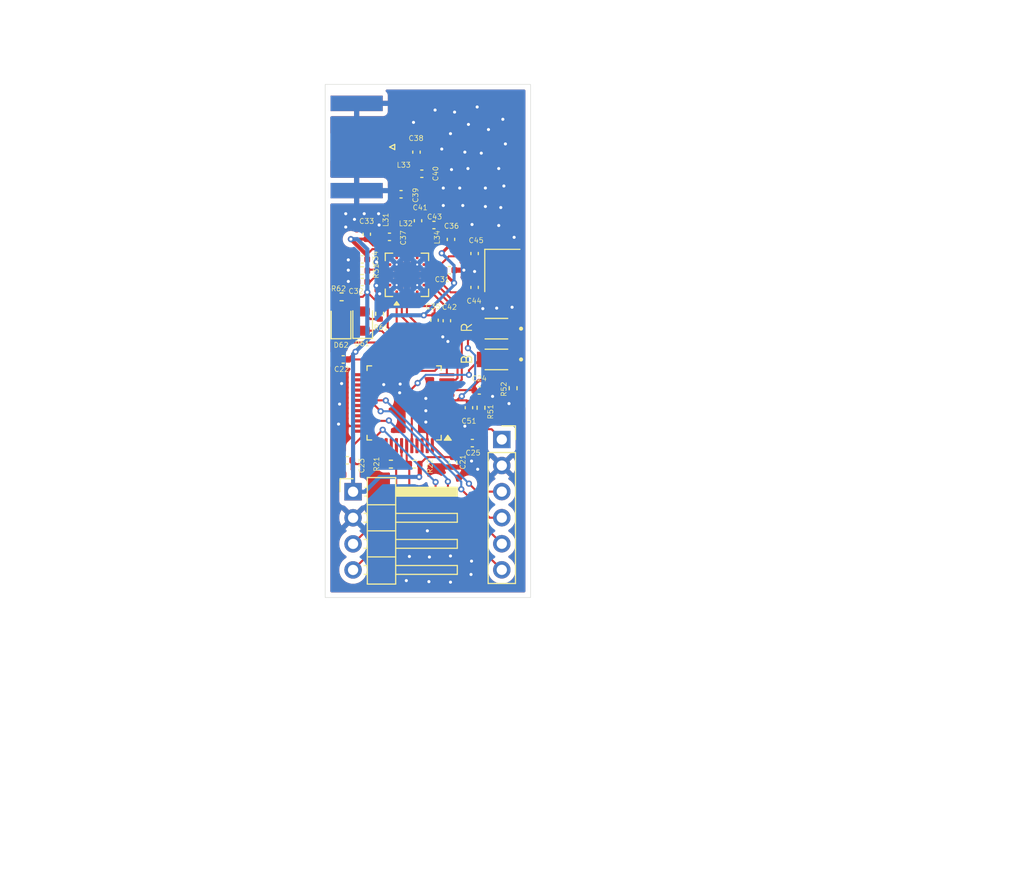
<source format=kicad_pcb>
(kicad_pcb (version 20241229) (generator "pcbnew") (generator_version "9.0")
  (layers (0 "F.Cu" signal) (2 "B.Cu" signal) (13 "F.Paste" user) (15 "B.Paste" user) (5 "F.SilkS" user "F.Silkscreen") (7 "B.SilkS" user "B.Silkscreen") (1 "F.Mask" user) (3 "B.Mask" user) (25 "Edge.Cuts" user))
  (net 0 "")
  (net 1 "Net-(J31-In)")
  (net 2 "Net-(C38-Pad2)")
  (net 3 "/SW_BOOT")
  (net 4 "GND")
  (net 5 "/SW_RESET")
  (net 6 "Net-(C39-Pad2)")
  (net 7 "Net-(C41-Pad1)")
  (net 8 "Net-(U31-DCOUPL)")
  (net 9 "Net-(C43-Pad1)")
  (net 10 "/CSN")
  (net 11 "/RF_N")
  (net 12 "Net-(U31-XOSC_Q1)")
  (net 13 "/RF_P")
  (net 14 "Net-(U31-XOSC_Q2)")
  (net 15 "VCC")
  (net 16 "Net-(D61-A)")
  (net 17 "/SCLK")
  (net 18 "Net-(D62-A)")
  (net 19 "/MOSI")
  (net 20 "/MISO")
  (net 21 "Net-(U31-RBIAS)")
  (net 43 "/GDO0")
  (net 44 "/GDO2")
  (net 45 "/SCL")
  (net 46 "/TX")
  (net 47 "/SWCLK")
  (net 48 "/RX")
  (net 49 "/SWDIO")
  (net 50 "/LED_RED")
  (net 51 "/LED_GREEN")
  (net 54 "/SDA")
  (footprint "Connector_Coaxial:SMA_Amphenol_132289_EdgeMount" (layer "F.Cu") (at 103.0625 106.1 180)
    (property "Reference" "J31" (hide yes))
    (property "Value" "Conn_Coaxial")
  )
  (footprint "Capacitor_SMD:C_0402_1005Metric" (layer "F.Cu") (at 109.04 113.285 -90)
    (property "Reference" "C41")
    (property "Value" "3.9p*")
  )
  (footprint "Capacitor_SMD:C_0402_1005Metric" (layer "F.Cu") (at 103.61 117.05)
    (property "Reference" "C34")
    (property "Value" "100n")
  )
  (footprint "Capacitor_SMD:C_0402_1005Metric" (layer "F.Cu") (at 103.62 119.25)
    (property "Reference" "C32")
    (property "Value" "100n")
  )
  (footprint "Resistor_SMD:R_0402_1005Metric" (layer "F.Cu") (at 108.7 137)
    (property "Reference" "R22")
    (property "Value" "47k")
  )
  (footprint "Capacitor_SMD:C_0402_1005Metric" (layer "F.Cu") (at 112.1 118.1 180)
    (property "Reference" "C31")
    (property "Value" "100n")
  )
  (footprint "Resistor_SMD:R_0402_1005Metric" (layer "F.Cu") (at 106.4 137 180)
    (property "Reference" "R21")
    (property "Value" "47k")
  )
  (footprint "Resistor_SMD:R_0402_1005Metric" (layer "F.Cu") (at 118.3 129.6 -90)
    (property "Reference" "R52")
    (property "Value" "100k")
  )
  (footprint "Inductor_SMD:L_0402_1005Metric" (layer "F.Cu") (at 109.525 114.855)
    (property "Reference" "L34")
    (property "Value" "27n+")
  )
  (footprint "Resistor_SMD:R_0402_1005Metric" (layer "F.Cu") (at 103.6 118.15 180)
    (property "Reference" "R31")
    (property "Value" "56k")
  )
  (footprint "PVDW_custom:button_small" (layer "F.Cu") (at 116.675 126.8 180)
    (property "Reference" "S51" (hide yes))
    (property "Value" "button_small")
  )
  (footprint "PVDW_custom:button_small" (layer "F.Cu") (at 116.675 123.8 180)
    (property "Reference" "S52" (hide yes))
    (property "Value" "button_small")
  )
  (footprint "Connector_PinSocket_2.54mm:PinSocket_1x06_P2.54mm_Vertical" (layer "F.Cu") (at 117.2 134.6)
    (property "Reference" "J53" (hide yes))
    (property "Value" "Conn_01x06_Pin")
  )
  (footprint "PVDW_custom:QFN-20-1EP_4x4mm_P0.5mm_EP2.5x2.5mm_ThermalVias" (layer "F.Cu") (at 107.96 118.555 90)
    (property "Reference" "U31" (hide yes))
    (property "Value" "CC1101RGPR")
  )
  (footprint "Capacitor_SMD:C_0402_1005Metric" (layer "F.Cu") (at 115.005662 129.8175)
    (property "Reference" "C24")
    (property "Value" "100n")
  )
  (footprint "Crystal:Crystal_SMD_3225-4Pin_3.2x2.5mm" (layer "F.Cu") (at 117.25 118.13 -90)
    (property "Reference" "Y31" (hide yes))
    (property "Value" "26Mhz")
  )
  (footprint "Inductor_SMD:L_0402_1005Metric" (layer "F.Cu") (at 107.84 112.255 90)
    (property "Reference" "L32")
    (property "Value" "22n+")
  )
  (footprint "Capacitor_SMD:C_0402_1005Metric" (layer "F.Cu") (at 108.89 106.6 -90)
    (property "Reference" "C38")
    (property "Value" "220p*")
  )
  (footprint "Connector_PinHeader_2.54mm:PinHeader_1x04_P2.54mm_Horizontal" (layer "F.Cu") (at 102.715 139.69)
    (property "Reference" "J52" (hide yes))
    (property "Value" "Conn_01x04_Pin")
  )
  (footprint "Resistor_SMD:R_0402_1005Metric" (layer "F.Cu") (at 105.3 122.35 90)
    (property "Reference" "R61")
    (property "Value" "820")
  )
  (footprint "Capacitor_SMD:C_0402_1005Metric" (layer "F.Cu") (at 114.55 116.48 90)
    (property "Reference" "C45")
    (property "Value" "27p NP0")
  )
  (footprint "Capacitor_SMD:C_0402_1005Metric" (layer "F.Cu") (at 110.65 122.98 90)
    (property "Reference" "C35")
    (property "Value" "100n")
  )
  (footprint "Resistor_SMD:R_0402_1005Metric" (layer "F.Cu") (at 101.6 120.7)
    (property "Reference" "R62")
    (property "Value" "1k2")
  )
  (footprint "Capacitor_SMD:C_0402_1005Metric" (layer "F.Cu") (at 101.75 126.8 180)
    (property "Reference" "C22")
    (property "Value" "100n")
  )
  (footprint "Inductor_SMD:L_0402_1005Metric" (layer "F.Cu") (at 106.69 113.29 90)
    (property "Reference" "L31")
    (property "Value" "27n+")
  )
  (footprint "Package_QFP:LQFP-48_7x7mm_P0.5mm" (layer "F.Cu") (at 107.685662 131.0375 180)
    (property "Reference" "U21" (hide yes))
    (property "Value" "STM32L051C8Tx")
  )
  (footprint "Capacitor_SMD:C_0402_1005Metric" (layer "F.Cu") (at 111.85 123.03 90)
    (property "Reference" "C42")
    (property "Value" "100n")
  )
  (footprint "LED_SMD:LED_0805_2012Metric" (layer "F.Cu") (at 103.65 123.0625 90)
    (property "Reference" "D61")
    (property "Value" "RED")
  )
  (footprint "LED_SMD:LED_0805_2012Metric" (layer "F.Cu") (at 101.54 123.1 90)
    (property "Reference" "D62")
    (property "Value" "GREEN")
  )
  (footprint "Capacitor_SMD:C_0402_1005Metric" (layer "F.Cu") (at 104.05 114.6 -90)
    (property "Reference" "C33")
    (property "Value" "100n")
  )
  (footprint "Capacitor_SMD:C_0402_1005Metric" (layer "F.Cu") (at 114.33 134.95)
    (property "Reference" "C25")
    (property "Value" "100n")
  )
  (footprint "Capacitor_SMD:C_0402_1005Metric" (layer "F.Cu") (at 112.25 115.1 -90)
    (property "Reference" "C36")
    (property "Value" "100n")
  )
  (footprint "Capacitor_SMD:C_0402_1005Metric" (layer "F.Cu") (at 110.59 113.705)
    (property "Reference" "C43")
    (property "Value" "220p*")
  )
  (footprint "Capacitor_SMD:C_0402_1005Metric" (layer "F.Cu") (at 114.55 119.78 -90)
    (property "Reference" "C44")
    (property "Value" "27p NP0")
  )
  (footprint "Inductor_SMD:L_0402_1005Metric" (layer "F.Cu") (at 107.84 109.17 90)
    (property "Reference" "L33")
    (property "Value" "27n+")
  )
  (footprint "Capacitor_SMD:C_0402_1005Metric" (layer "F.Cu") (at 102.15 136.625 180)
    (property "Reference" "C23")
    (property "Value" "100n")
  )
  (footprint "Capacitor_SMD:C_0402_1005Metric" (layer "F.Cu") (at 109.41 108.705 180)
    (property "Reference" "C40")
    (property "Value" "5.6p*")
  )
  (footprint "Capacitor_SMD:C_0402_1005Metric" (layer "F.Cu") (at 106.26 114.855)
    (property "Reference" "C37")
    (property "Value" "3.9p*")
  )
  (footprint "Capacitor_SMD:C_0402_1005Metric" (layer "F.Cu") (at 112.45 136.8 -90)
    (property "Reference" "C21")
    (property "Value" "100n")
  )
  (footprint "Capacitor_SMD:C_0402_1005Metric" (layer "F.Cu") (at 107.39 110.705)
    (property "Reference" "C39")
    (property "Value" "8.2p*")
  )
  (footprint "Resistor_SMD:R_0402_1005Metric" (layer "F.Cu") (at 115.175 131.51 90)
    (property "Reference" "R51")
    (property "Value" "10k")
  )
  (footprint "Capacitor_SMD:C_0402_1005Metric" (layer "F.Cu") (at 114 131.5 -90)
    (property "Reference" "C51")
    (property "Value" "10n")
  )
  (gr_rect (start 100 100) (end 120 150) (stroke (width 0.05)) (fill no) (layer "Edge.Cuts"))
  (gr_text "R" (at 113.8 123.7 90) (layer "F.SilkS") (effects (font (size 1 1) (thickness 0.1))))
  (gr_text "B" (at 113.8 126.8 90) (layer "F.SilkS") (effects (font (size 1 1) (thickness 0.125))))
  (segment (start 108.89 106.12) (end 102.7825 106.12) (width 0.2) (layer "F.Cu") (net 1))
  (segment (start 102.7825 106.12) (end 102.7625 106.1) (width 0.2) (layer "F.Cu") (net 1))
  (segment (start 108.89 108.665) (end 108.93 108.705) (width 0.2) (layer "F.Cu") (net 2))
  (segment (start 108.91 108.685) (end 108.93 108.705) (width 0.2) (layer "F.Cu") (net 2))
  (segment (start 107.84 108.685) (end 108.91 108.685) (width 0.2) (layer "F.Cu") (net 2))
  (segment (start 108.89 107.08) (end 108.89 108.665) (width 0.2) (layer "F.Cu") (net 2))
  (segment (start 114 127.85) (end 114 128.3) (width 0.2) (layer "F.Cu") (net 3))
  (segment (start 116.181164 128.399) (end 117.609 128.399) (width 0.2) (layer "F.Cu") (net 3))
  (segment (start 115.05 126.8) (end 114 127.85) (width 0.2) (layer "F.Cu") (net 3))
  (segment (start 117.609 128.399) (end 118.3 129.09) (width 0.2) (layer "F.Cu") (net 3))
  (segment (start 108.435662 135.2) (end 108.435662 129.664338) (width 0.2) (layer "F.Cu") (net 3))
  (segment (start 115.05 126.8) (end 115.05 127.267836) (width 0.2) (layer "F.Cu") (net 3))
  (segment (start 115.05 127.267836) (end 116.181164 128.399) (width 0.2) (layer "F.Cu") (net 3))
  (segment (start 108.435662 129.664338) (end 109 129.1) (width 0.2) (layer "F.Cu") (net 3))
  (via (at 114 128.3) (size 0.6) (drill 0.3) (layers "F.Cu" "B.Cu") (net 3))
  (via (at 109 129.1) (size 0.6) (drill 0.3) (layers "F.Cu" "B.Cu") (net 3))
  (segment (start 109.8 128.3) (end 109 129.1) (width 0.2) (layer "B.Cu") (net 3))
  (segment (start 114 128.3) (end 109.8 128.3) (width 0.2) (layer "B.Cu") (net 3))
  (segment (start 105.78 114.23) (end 105.25 113.7) (width 0.2) (layer "F.Cu") (net 4))
  (segment (start 105.435662 127.935662) (end 106.7 129.2) (width 0.2) (layer "F.Cu") (net 4))
  (segment (start 118.3 130.7) (end 117.9 131.1) (width 0.2) (layer "F.Cu") (net 4))
  (segment (start 109.935662 133.035662) (end 109.8 132.9) (width 0.2) (layer "F.Cu") (net 4))
  (segment (start 111.848162 130.2875) (end 110.1125 130.2875) (width 0.2) (layer "F.Cu") (net 4))
  (segment (start 112.58 118.1) (end 113.5 118.1) (width 0.2) (layer "F.Cu") (net 4))
  (segment (start 105.305 117.555) (end 105 117.25) (width 0.2) (layer "F.Cu") (net 4))
  (segment (start 105.78 114.855) (end 105.78 114.23) (width 0.2) (layer "F.Cu") (net 4))
  (segment (start 105 119.6) (end 105 120.1) (width 0.4) (layer "F.Cu") (net 4))
  (segment (start 115.485662 129.8175) (end 115.7175 129.8175) (width 0.4) (layer "F.Cu") (net 4))
  (segment (start 103.523162 133.2875) (end 101.3875 133.2875) (width 0.2) (layer "F.Cu") (net 4))
  (segment (start 109.935662 135.2) (end 109.935662 133.035662) (width 0.2) (layer "F.Cu") (net 4))
  (segment (start 114.55 119.3) (end 114.55 118.23) (width 0.2) (layer "F.Cu") (net 4))
  (segment (start 105 120.1) (end 105.3 120.4) (width 0.4) (layer "F.Cu") (net 4))
  (segment (start 106.7 129.2) (end 107.3 129.2) (width 0.2) (layer "F.Cu") (net 4))
  (segment (start 105.445 119.055) (end 105.1 119.4) (width 0.2) (layer "F.Cu") (net 4))
  (segment (start 115.7175 129.8175) (end 116.3 130.4) (width 0.4) (layer "F.Cu") (net 4))
  (segment (start 105.435662 126.875) (end 105.435662 127.935662) (width 0.2) (layer "F.Cu") (net 4))
  (segment (start 101.3875 133.2875) (end 101.3 133.2) (width 0.2) (layer "F.Cu") (net 4))
  (segment (start 106.0225 117.555) (end 105.305 117.555) (width 0.2) (layer "F.Cu") (net 4))
  (segment (start 114.55 116.96) (end 114.55 118.23) (width 0.2) (layer "F.Cu") (net 4))
  (segment (start 106.0225 119.055) (end 105.445 119.055) (width 0.2) (layer "F.Cu") (net 4))
  (segment (start 118.3 130.11) (end 118.3 130.7) (width 0.2) (layer "F.Cu") (net 4))
  (segment (start 110.1125 130.2875) (end 109.8 130.6) (width 0.2) (layer "F.Cu") (net 4))
  (via (at 116.3 130.4) (size 0.6) (drill 0.3) (layers "F.Cu" "B.Cu") (net 4))
  (via (at 108.6 103.7) (size 0.6) (drill 0.3) (layers "F.Cu" "B.Cu") (net 4))
  (via (at 105 119.6) (size 0.6) (drill 0.3) (layers "F.Cu" "B.Cu") (net 4))
  (via (at 113.4 111.8) (size 0.6) (drill 0.3) (layers "F.Cu" "B.Cu") (net 4))
  (via (at 109.95 143.5) (size 0.6) (drill 0.3) (layers "F.Cu" "B.Cu") (net 4))
  (via (at 114.25 146.45) (size 0.6) (drill 0.3) (layers "F.Cu" "B.Cu") (net 4))
  (via (at 115.2 106.7) (size 0.6) (drill 0.3) (layers "F.Cu" "B.Cu") (net 4))
  (via (at 112.6 102.7) (size 0.6) (drill 0.3) (layers "F.Cu" "B.Cu") (net 4))
  (via (at 117.3 103.4) (size 0.6) (drill 0.3) (layers "F.Cu" "B.Cu") (net 4))
  (via (at 112.2 148.5) (size 0.6) (drill 0.3) (layers "F.Cu" "B.Cu") (net 4))
  (via (at 110.1 148.45) (size 0.6) (drill 0.3) (layers "F.Cu" "B.Cu") (net 4))
  (via (at 105 117.3) (size 0.6) (drill 0.3) (layers "F.Cu" "B.Cu") (net 4))
  (via (at 117.9 131.1) (size 0.6) (drill 0.3) (layers "F.Cu" "B.Cu") (net 4))
  (via (at 115.9 104.4) (size 0.6) (drill 0.3) (layers "F.Cu" "B.Cu") (net 4))
  (via (at 102.85 113.15) (size 0.6) (drill 0.3) (layers "F.Cu" "B.Cu") (net 4))
  (via (at 110.7 102.5) (size 0.6) (drill 0.3) (layers "F.Cu" "B.Cu") (net 4))
  (via (at 117.1 112) (size 0.6) (drill 0.3) (layers "F.Cu" "B.Cu") (net 4))
  (via (at 114.25 136.7) (size 0.6) (drill 0.3) (layers "F.Cu" "B.Cu") (net 4))
  (via (at 105.2 112.6) (size 0.6) (drill 0.3) (layers "F.Cu" "B.Cu") (net 4))
  (via (at 112.3 108.3) (size 0.6) (drill 0.3) (layers "F.Cu" "B.Cu") (net 4))
  (via (at 107.9 148.35) (size 0.6) (drill 0.3) (layers "F.Cu" "B.Cu") (net 4))
  (via (at 101.3 133.1) (size 0.6) (drill 0.3) (layers "F.Cu" "B.Cu") (net 4))
  (via (at 117.4 109.9) (size 0.6) (drill 0.3) (layers "F.Cu" "B.Cu") (net 4))
  (via (at 109.8 130.6) (size 0.6) (drill 0.3) (layers "F.Cu" "B.Cu") (net 4))
  (via (at 102.25 118.1) (size 0.6) (drill 0.3) (layers "F.Cu" "B.Cu") (net 4))
  (via (at 109.8 132.9) (size 0.6) (drill 0.3) (layers "F.Cu" "B.Cu") (net 4))
  (via (at 113.5 118.1) (size 0.6) (drill 0.3) (layers "F.Cu" "B.Cu") (net 4))
  (via (at 101.6 129.15) (size 0.6) (drill 0.3) (layers "F.Cu" "B.Cu") (net 4))
  (via (at 114.85 137.5) (size 0.6) (drill 0.3) (layers "F.Cu" "B.Cu") (net 4))
  (via (at 111.45 124.6) (size 0.6) (drill 0.3) (layers "F.Cu" "B.Cu") (net 4))
  (via (at 111.5 111.8) (size 0.6) (drill 0.3) (layers "F.Cu" "B.Cu") (net 4))
  (via (at 113.95 103.9) (size 0.6) (drill 0.3) (layers "F.Cu" "B.Cu") (net 4))
  (via (at 116.9 108.2) (size 0.6) (drill 0.3) (layers "F.Cu" "B.Cu") (net 4))
  (via (at 113.6 106.6) (size 0.6) (drill 0.3) (layers "F.Cu" "B.Cu") (net 4))
  (via (at 116.9 113.75) (size 0.6) (drill 0.3) (layers "F.Cu" "B.Cu") (net 4))
  (via (at 114.3 113.65) (size 0.6) (drill 0.3) (layers "F.Cu" "B.Cu") (net 4))
  (via (at 101.4 131.15) (size 0.6) (drill 0.3) (layers "F.Cu" "B.Cu") (net 4))
  (via (at 112.2 145.95) (size 0.6) (drill 0.3) (layers "F.Cu" "B.Cu") (net 4))
  (via (at 111.5 110.1) (size 0.6) (drill 0.3) (layers "F.Cu" "B.Cu") (net 4))
  (via (at 105.25 113.7) (size 0.6) (drill 0.3) (layers "F.Cu" "B.Cu") (net 4))
  (via (at 114.8 102.2) (size 0.6) (drill 0.3) (layers "F.Cu" "B.Cu") (net 4))
  (via (at 115.35 121.85) (size 0.6) (drill 0.3) (layers "F.Cu" "B.Cu") (net 4))
  (via (at 105.7 129.25) (size 0.6) (drill 0.3) (layers "F.Cu" "B.Cu") (net 4))
  (via (at 102 112.6) (size 0.6) (drill 0.3) (layers "F.Cu" "B.Cu") (net 4))
  (via (at 113.1 110.1) (size 0.6) (drill 0.3) (layers "F.Cu" "B.Cu") (net 4))
  (via (at 111.35 106.3) (size 0.6) (drill 0.3) (layers "F.Cu" "B.Cu") (net 4))
  (via (at 115.6 111.9) (size 0.6) (drill 0.3) (layers "F.Cu" "B.Cu") (net 4))
  (via (at 109.8 131.8) (size 0.6) (drill 0.3) (layers "F.Cu" "B.Cu") (net 4))
  (via (at 105.3 120.4) (size 0.6) (drill 0.3) (layers "F.Cu" "B.Cu") (net 4))
  (via (at 103.8 112.6) (size 0.6) (drill 0.3) (layers "F.Cu" "B.Cu") (net 4))
  (via (at 111.95 125.05) (size 0.6) (drill 0.3) (layers "F.Cu" "B.Cu") (net 4))
  (via (at 102.25 119.2) (size 0.6) (drill 0.3) (layers "F.Cu" "B.Cu") (net 4))
  (via (at 114.55 118.23) (size 0.6) (drill 0.3) (layers "F.Cu" "B.Cu") (net 4))
  (via (at 115.6 110.1) (size 0.6) (drill 0.3) (layers "F.Cu" "B.Cu") (net 4))
  (via (at 102.25 117.1) (size 0.6) (drill 0.3) (layers "F.Cu" "B.Cu") (net 4))
  (via (at 112.2 104.8) (size 0.6) (drill 0.3) (layers "F.Cu" "B.Cu") (net 4))
  (via (at 108.2 146) (size 0.6) (drill 0.3) (layers "F.Cu" "B.Cu") (net 4))
  (via (at 113.9 108.2) (size 0.6) (drill 0.3) (layers "F.Cu" "B.Cu") (net 4))
  (via (at 113.6 133.3) (size 0.6) (drill 0.3) (layers "F.Cu" "B.Cu") (net 4))
  (via (at 117.55 105.8) (size 0.6) (drill 0.3) (layers "F.Cu" "B.Cu") (net 4))
  (via (at 110.15 146.05) (size 0.6) (drill 0.3) (layers "F.Cu" "B.Cu") (net 4))
  (via (at 118.4 114.9) (size 0.6) (drill 0.3) (layers "F.Cu" "B.Cu") (net 4))
  (via (at 107.25 130.05) (size 0.6) (drill 0.3) (layers "F.Cu" "B.Cu") (net 4))
  (via (at 114.2 147.75) (size 0.6) (drill 0.3) (layers "F.Cu" "B.Cu") (net 4))
  (via (at 107.3 129.2) (size 0.6) (drill 0.3) (layers "F.Cu" "B.Cu") (net 4))
  (via (at 118.200057 121.712004) (size 0.6) (drill 0.3) (layers "F.Cu" "B.Cu") (net 4))
  (via (at 116.7 121.8) (size 0.6) (drill 0.3) (layers "F.Cu" "B.Cu") (net 4))
  (via (at 102 113.9) (size 0.6) (drill 0.3) (layers "F.Cu" "B.Cu") (net 4))
  (segment (start 114.02 131) (end 114 131.02) (width 0.2) (layer "F.Cu") (net 5))
  (segment (start 114 131.02) (end 113.7675 130.7875) (width 0.2) (layer "F.Cu") (net 5))
  (segment (start 115.05 123.8) (end 113.9 124.95) (width 0.2) (layer "F.Cu") (net 5))
  (segment (start 111.848162 130.7875) (end 112.8125 130.7875) (width 0.2) (layer "F.Cu") (net 5))
  (segment (start 113.3 130.3) (end 113.3 130.3875) (width 0.2) (layer "F.Cu") (net 5))
  (segment (start 113.9 124.95) (end 113.9 125.7) (width 0.2) (layer "F.Cu") (net 5))
  (segment (start 115.175 131) (end 114.02 131) (width 0.2) (layer "F.Cu") (net 5))
  (segment (start 113.7675 130.7875) (end 111.848162 130.7875) (width 0.2) (layer "F.Cu") (net 5))
  (segment (start 112.8125 130.7875) (end 113.3 130.3) (width 0.2) (layer "F.Cu") (net 5))
  (via (at 113.3 130.3875) (size 0.6) (drill 0.3) (layers "F.Cu" "B.Cu") (net 5))
  (via (at 113.9 125.7) (size 0.6) (drill 0.3) (layers "F.Cu" "B.Cu") (net 5))
  (segment (start 114.601 129.0865) (end 113.3 130.3875) (width 0.2) (layer "B.Cu") (net 5))
  (segment (start 114.601 126.401) (end 114.601 129.0865) (width 0.2) (layer "B.Cu") (net 5))
  (segment (start 113.9 125.7) (end 114.601 126.401) (width 0.2) (layer "B.Cu") (net 5))
  (segment (start 107.87 110.705) (end 107.87 109.685) (width 0.2) (layer "F.Cu") (net 6))
  (segment (start 107.84 110.735) (end 107.87 110.705) (width 0.2) (layer "F.Cu") (net 6))
  (segment (start 107.87 109.685) (end 107.84 109.655) (width 0.2) (layer "F.Cu") (net 6))
  (segment (start 107.84 111.77) (end 107.84 110.735) (width 0.2) (layer "F.Cu") (net 6))
  (segment (start 109.04 112.805) (end 107.905 112.805) (width 0.2) (layer "F.Cu") (net 7))
  (segment (start 107.905 112.805) (end 107.84 112.74) (width 0.2) (layer "F.Cu") (net 7))
  (segment (start 107.775 112.805) (end 107.84 112.74) (width 0.2) (layer "F.Cu") (net 7))
  (segment (start 106.69 112.805) (end 107.775 112.805) (width 0.2) (layer "F.Cu") (net 7))
  (segment (start 108.96 120.425) (end 110.525 120.425) (width 0.2) (layer "F.Cu") (net 8))
  (segment (start 110.525 120.425) (end 111.85 121.75) (width 0.2) (layer "F.Cu") (net 8))
  (segment (start 111.85 121.75) (end 111.85 122.55) (width 0.2) (layer "F.Cu") (net 8))
  (segment (start 110.01 114.855) (end 110.01 113.805) (width 0.2) (layer "F.Cu") (net 9))
  (segment (start 110.01 113.805) (end 110.11 113.705) (width 0.2) (layer "F.Cu") (net 9))
  (segment (start 110.417099 119.055) (end 113.3 121.937901) (width 0.2) (layer "F.Cu") (net 10))
  (segment (start 113.3 121.937901) (end 113.3 128.7671) (width 0.2) (layer "F.Cu") (net 10))
  (segment (start 113.3 128.7671) (end 112.7796 129.2875) (width 0.2) (layer "F.Cu") (net 10))
  (segment (start 112.7796 129.2875) (end 111.848162 129.2875) (width 0.2) (layer "F.Cu") (net 10))
  (segment (start 109.83 119.055) (end 110.417099 119.055) (width 0.2) (layer "F.Cu") (net 10))
  (segment (start 107.96 116.685) (end 107.96 115.525) (width 0.2) (layer "F.Cu") (net 11))
  (segment (start 106.74 114.855) (end 106.74 113.825) (width 0.2) (layer "F.Cu") (net 11))
  (segment (start 106.74 113.825) (end 106.69 113.775) (width 0.2) (layer "F.Cu") (net 11))
  (segment (start 106.74 114.855) (end 107.29 114.855) (width 0.2) (layer "F.Cu") (net 11))
  (segment (start 107.29 114.855) (end 107.96 115.525) (width 0.2) (layer "F.Cu") (net 11))
  (segment (start 110.521225 118.555) (end 112.226225 120.26) (width 0.2) (layer "F.Cu") (net 12))
  (segment (start 109.83 118.555) (end 110.521225 118.555) (width 0.2) (layer "F.Cu") (net 12))
  (segment (start 117.07 120.26) (end 118.1 119.23) (width 0.2) (layer "F.Cu") (net 12))
  (segment (start 114.55 120.26) (end 117.07 120.26) (width 0.2) (layer "F.Cu") (net 12))
  (segment (start 112.226225 120.26) (end 114.55 120.26) (width 0.2) (layer "F.Cu") (net 12))
  (segment (start 108.46 116.685) (end 108.46 115.435) (width 0.2) (layer "F.Cu") (net 13))
  (segment (start 109.04 114.855) (end 109.04 113.765) (width 0.2) (layer "F.Cu") (net 13))
  (segment (start 108.46 115.435) (end 109.04 114.855) (width 0.2) (layer "F.Cu") (net 13))
  (segment (start 112.05 116.75) (end 111.245 117.555) (width 0.2) (layer "F.Cu") (net 14))
  (segment (start 111.245 117.555) (end 109.83 117.555) (width 0.2) (layer "F.Cu") (net 14))
  (segment (start 114.55 116) (end 113.5 116) (width 0.2) (layer "F.Cu") (net 14))
  (segment (start 116.4 116.75) (end 115.65 116) (width 0.2) (layer "F.Cu") (net 14))
  (segment (start 112.75 116.75) (end 112.05 116.75) (width 0.2) (layer "F.Cu") (net 14))
  (segment (start 113.5 116) (end 112.75 116.75) (width 0.2) (layer "F.Cu") (net 14))
  (segment (start 116.4 117.03) (end 116.4 116.75) (width 0.2) (layer "F.Cu") (net 14))
  (segment (start 115.65 116) (end 114.55 116) (width 0.2) (layer "F.Cu") (net 14))
  (segment (start 111.848162 129.7875) (end 114.495662 129.7875) (width 0.2) (layer "F.Cu") (net 15))
  (segment (start 109.21 137) (end 109.21 138.19) (width 0.4) (layer "F.Cu") (net 15))
  (segment (start 114.705 133.595) (end 116.195 133.595) (width 0.2) (layer "F.Cu") (net 15))
  (segment (start 107.2 115.7) (end 104.67 115.7) (width 0.2) (layer "F.Cu") (net 15))
  (segment (start 114.495662 129.7875) (end 114.525662 129.8175) (width 0.2) (layer "F.Cu") (net 15))
  (segment (start 102.11 120.7) (end 103.65 120.7) (width 0.2) (layer "F.Cu") (net 15))
  (segment (start 108.46 120.982542) (end 108.46 120.425) (width 0.2) (layer "F.Cu") (net 15))
  (segment (start 102.63 135.275) (end 102.63 136.625) (width 0.2) (layer "F.Cu") (net 15))
  (segment (start 105.89 137) (end 103.005 137) (width 0.2) (layer "F.Cu") (net 15))
  (segment (start 110.65 121.85) (end 110.4 121.6) (width 0.2) (layer "F.Cu") (net 15))
  (segment (start 103.523162 134.381838) (end 102.63 135.275) (width 0.2) (layer "F.Cu") (net 15))
  (segment (start 113.82 134.95) (end 112.45 136.32) (width 0.3) (layer "F.Cu") (net 15))
  (segment (start 119.3 127.8) (end 119.3 130.6) (width 0.2) (layer "F.Cu") (net 15))
  (segment (start 111.62 118.1) (end 111.62 118.42) (width 0.3) (layer "F.Cu") (net 15))
  (segment (start 105 118.6) (end 104.35 119.25) (width 0.2) (layer "F.Cu") (net 15))
  (segment (start 117.2 131.2) (end 117.2 129.925) (width 0.3) (layer "F.Cu") (net 15))
  (segment (start 109.89 136.32) (end 109.21 137) (width 0.2) (layer "F.Cu") (net 15))
  (segment (start 110.4 121.6) (end 109.077458 121.6) (width 0.2) (layer "F.Cu") (net 15))
  (segment (start 112.22 115.58) (end 111.35 116.45) (width 0.3) (layer "F.Cu") (net 15))
  (segment (start 115.175 133.125) (end 115.175 132.02) (width 0.3) (layer "F.Cu") (net 15))
  (segment (start 108.46 120.425) (end 108.46 120.66) (width 0.2) (layer "F.Cu") (net 15))
  (segment (start 113.82 134.95) (end 114 134.77) (width 0.3) (layer "F.Cu") (net 15))
  (segment (start 117.88 132.02) (end 116.38 132.02) (width 0.2) (layer "F.Cu") (net 15))
  (segment (start 112.45 136.32) (end 109.89 136.32) (width 0.2) (layer "F.Cu") (net 15))
  (segment (start 107.46 115.96) (end 107.2 115.7) (width 0.2) (layer "F.Cu") (net 15))
  (segment (start 102.5 115.08) (end 104.05 115.08) (width 0.3) (layer "F.Cu") (net 15))
  (segment (start 106.325 116.05) (end 106.88 116.605) (width 0.2) (layer "F.Cu") (net 15))
  (segment (start 116.125 128.85) (end 114.95 128.85) (width 0.3) (layer "F.Cu") (net 15))
  (segment (start 111.575 118.055) (end 111.62 118.1) (width 0.2) (layer "F.Cu") (net 15))
  (segment (start 114 134.77) (end 114 134.3) (width 0.3) (layer "F.Cu") (net 15))
  (segment (start 109.6325 116.6175) (end 110.75 115.5) (width 0.2) (layer "F.Cu") (net 15))
  (segment (start 104.860662 126.8) (end 104.935662 126.875) (width 0.2) (layer "F.Cu") (net 15))
  (segment (start 112.14 115.5) (end 112.22 115.58) (width 0.2) (layer "F.Cu") (net 15))
  (segment (start 117.2 129.925) (end 116.125 128.85) (width 0.3) (layer "F.Cu") (net 15))
  (segment (start 111.62 118.42) (end 112.55 119.35) (width 0.3) (layer "F.Cu") (net 15))
  (segment (start 111.555662 136.32) (end 112.45 136.32) (width 0.2) (layer "F.Cu") (net 15))
  (segment (start 110.75 115.5) (end 112.14 115.5) (width 0.2) (layer "F.Cu") (net 15))
  (segment (start 104.05 115.08) (end 104.67 115.7) (width 0.2) (layer "F.Cu") (net 15))
  (segment (start 104.1 120.25) (end 105.3 121.45) (width 0.2) (layer "F.Cu") (net 15))
  (segment (start 103.005 137) (end 102.63 136.625) (width 0.2) (layer "F.Cu") (net 15))
  (segment (start 106.0225 118.555) (end 105.545 118.555) (width 0.2) (layer "F.Cu") (net 15))
  (segment (start 104.2 116.45) (end 104.6 116.05) (width 0.2) (layer "F.Cu") (net 15))
  (segment (start 114 134.3) (end 115.175 133.125) (width 0.3) (layer "F.Cu") (net 15))
  (segment (start 104.2 116.94) (end 104.2 116.45) (width 0.2) (layer "F.Cu") (net 15))
  (segment (start 103.65 120.7) (end 104.1 120.25) (width 0.2) (layer "F.Cu") (net 15))
  (segment (start 116.38 132.02) (end 117.2 131.2) (width 0.3) (layer "F.Cu") (net 15))
  (segment (start 109.21 138.19) (end 109.15 138.25) (width 0.2) (layer "F.Cu") (net 15))
  (segment (start 114.95 128.85) (end 114.525662 129.274338) (width 0.3) (layer "F.Cu") (net 15))
  (segment (start 114 134.3) (end 114.705 133.595) (width 0.2) (layer "F.Cu") (net 15))
  (segment (start 102.63 137.505) (end 102.63 136.625) (width 0.3) (layer "F.Cu") (net 15))
  (segment (start 110.65 122.5) (end 109.6 122.5) (width 0.2) (layer "F.Cu") (net 15))
  (segment (start 109.077458 121.6) (end 108.46 120.982542) (width 0.2) (layer "F.Cu") (net 15))
  (segment (start 115.175 132.02) (end 116.38 132.02) (width 0.3) (layer "F.Cu") (net 15))
  (segment (start 114.525662 129.274338) (end 114.525662 129.8175) (width 0.3) (layer "F.Cu") (net 15))
  (segment (start 102.23 126.77) (end 102.95 126.05) (width 0.2) (layer "F.Cu") (net 15))
  (segment (start 104.09 117.05) (end 104.09 116.67) (width 0.4) (layer "F.Cu") (net 15))
  (segment (start 116.195 133.595) (end 117.2 134.6) (width 0.2) (layer "F.Cu") (net 15))
  (segment (start 104.6 116.05) (end 106.325 116.05) (width 0.2) (layer "F.Cu") (net 15))
  (segment (start 102.23 126.8) (end 104.860662 126.8) (width 0.2) (layer "F.Cu") (net 15))
  (segment (start 107.46 116.685) (end 107.46 115.96) (width 0.2) (layer "F.Cu") (net 15))
  (segment (start 104.35 119.25) (end 104.1 119.25) (width 0.2) (layer "F.Cu") (net 15))
  (segment (start 104.09 116.67) (end 102.5 115.08) (width 0.4) (layer "F.Cu") (net 15))
  (segment (start 111.848162 133.7875) (end 112.6875 133.7875) (width 0.2) (layer "F.Cu") (net 15))
  (segment (start 109.83 118.055) (end 111.575 118.055) (width 0.2) (layer "F.Cu") (net 15))
  (segment (start 104.1 119.25) (end 104.1 120.25) (width 0.2) (layer "F.Cu") (net 15))
  (segment (start 103.523162 133.7875) (end 103.523162 134.381838) (width 0.2) (layer "F.Cu") (net 15))
  (segment (start 105.545 118.555) (end 105.5 118.6) (width 0.2) (layer "F.Cu") (net 15))
  (segment (start 112.6875 133.7875) (end 113.85 134.95) (width 0.2) (layer "F.Cu") (net 15))
  (segment (start 102.63 137.505) (end 102.715 137.59) (width 0.3) (layer "F.Cu") (net 15))
  (segment (start 102.37 115.08) (end 102.5 115.08) (width 0.3) (layer "F.Cu") (net 15))
  (segment (start 105.3 121.45) (end 105.3 121.84) (width 0.2) (layer "F.Cu") (net 15))
  (segment (start 113.85 134.95) (end 113.82 134.95) (width 0.2) (layer "F.Cu") (net 15))
  (segment (start 102.23 126.8) (end 102.23 126.77) (width 0.2) (layer "F.Cu") (net 15))
  (segment (start 105.5 118.6) (end 105 118.6) (width 0.2) (layer "F.Cu") (net 15))
  (segment (start 110.435662 135.2) (end 111.555662 136.32) (width 0.2) (layer "F.Cu") (net 15))
  (segment (start 108.96 116.6175) (end 109.6325 116.6175) (width 0.2) (layer "F.Cu") (net 15))
  (segment (start 102.715 137.59) (end 102.715 139.69) (width 0.3) (layer "F.Cu") (net 15))
  (segment (start 104.09 117.05) (end 104.2 116.94) (width 0.2) (layer "F.Cu") (net 15))
  (segment (start 112.25 115.58) (end 112.22 115.58) (width 0.2) (layer "F.Cu") (net 15))
  (segment (start 110.65 122.5) (end 110.65 121.85) (width 0.2) (layer "F.Cu") (net 15))
  (segment (start 119.3 130.6) (end 117.88 132.02) (width 0.2) (layer "F.Cu") (net 15))
  (segment (start 118.3 126.8) (end 119.3 127.8) (width 0.2) (layer "F.Cu") (net 15))
  (via (at 112.55 119.35) (size 0.6) (drill 0.3) (layers "F.Cu" "B.Cu") (net 15))
  (via (at 109.15 138.25) (size 0.6) (drill 0.3) (layers "F.Cu" "B.Cu") (net 15))
  (via (at 102.95 126.05) (size 0.6) (drill 0.3) (layers "F.Cu" "B.Cu") (net 15))
  (via (at 109.6 122.5) (size 0.6) (drill 0.3) (layers "F.Cu" "B.Cu") (net 15))
  (via (at 111.35 116.45) (size 0.6) (drill 0.3) (layers "F.Cu" "B.Cu") (net 15))
  (via (at 104.1 120.25) (size 0.6) (drill 0.3) (layers "F.Cu" "B.Cu") (net 15))
  (via (at 102.5 115.08) (size 0.6) (drill 0.3) (layers "F.Cu" "B.Cu") (net 15))
  (segment (start 112.55 119.35) (end 112.55 119.55) (width 0.3) (layer "B.Cu") (net 15))
  (segment (start 102.5 115.08) (end 103.121364 115.08) (width 0.4) (layer "B.Cu") (net 15))
  (segment (start 112.55 119.55) (end 109.6 122.5) (width 0.3) (layer "B.Cu") (net 15))
  (segment (start 104.1 120.25) (end 104.1 124.9) (width 0.4) (layer "B.Cu") (net 15))
  (segment (start 104.1 116.058636) (end 104.1 120.25) (width 0.4) (layer "B.Cu") (net 15))
  (segment (start 105.3 138.25) (end 109.15 138.25) (width 0.4) (layer "B.Cu") (net 15))
  (segment (start 102.715 139.69) (end 103.86 139.69) (width 0.4) (layer "B.Cu") (net 15))
  (segment (start 103.86 139.69) (end 105.3 138.25) (width 0.4) (layer "B.Cu") (net 15))
  (segment (start 117.2 134.6) (end 117.2 134.649943) (width 0.2) (layer "B.Cu") (net 15))
  (segment (start 104.1 124.9) (end 102.95 126.05) (width 0.4) (layer "B.Cu") (net 15))
  (segment (start 106.5 122.5) (end 104.1 124.9) (width 0.4) (layer "B.Cu") (net 15))
  (segment (start 102.95 126.05) (end 102.715 126.285) (width 0.4) (layer "B.Cu") (net 15))
  (segment (start 111.35 116.45) (end 112.55 117.65) (width 0.3) (layer "B.Cu") (net 15))
  (segment (start 103.121364 115.08) (end 104.1 116.058636) (width 0.4) (layer "B.Cu") (net 15))
  (segment (start 102.715 126.285) (end 102.715 139.69) (width 0.4) (layer "B.Cu") (net 15))
  (segment (start 112.55 117.65) (end 112.55 119.35) (width 0.3) (layer "B.Cu") (net 15))
  (segment (start 109.6 122.5) (end 106.5 122.5) (width 0.4) (layer "B.Cu") (net 15))
  (segment (start 105.3 122.86) (end 104.385 122.86) (width 0.2) (layer "F.Cu") (net 16))
  (segment (start 104.385 122.86) (end 103.65 122.125) (width 0.2) (layer "F.Cu") (net 16))
  (segment (start 109.435662 126.103676) (end 109.435662 126.875) (width 0.2) (layer "F.Cu") (net 17))
  (segment (start 106.96 120.425) (end 106.96 123.628014) (width 0.2) (layer "F.Cu") (net 17))
  (segment (start 106.96 123.628014) (end 109.435662 126.103676) (width 0.2) (layer "F.Cu") (net 17))
  (segment (start 101.09 121.7125) (end 101.54 122.1625) (width 0.2) (layer "F.Cu") (net 18))
  (segment (start 101.09 120.7) (end 101.09 121.7125) (width 0.2) (layer "F.Cu") (net 18))
  (segment (start 108.435662 126.005676) (end 108.435662 126.875) (width 0.2) (layer "F.Cu") (net 19))
  (segment (start 106.09 119.555) (end 106.09 123.660014) (width 0.2) (layer "F.Cu") (net 19))
  (segment (start 106.09 123.660014) (end 108.435662 126.005676) (width 0.2) (layer "F.Cu") (net 19))
  (segment (start 109.202838 127.9135) (end 108.935662 127.646324) (width 0.2) (layer "F.Cu") (net 20))
  (segment (start 107.46 122.628014) (end 110.886662 126.054676) (width 0.2) (layer "F.Cu") (net 20))
  (segment (start 107.46 120.425) (end 107.46 122.628014) (width 0.2) (layer "F.Cu") (net 20))
  (segment (start 110.886662 127.695324) (end 110.668486 127.9135) (width 0.2) (layer "F.Cu") (net 20))
  (segment (start 108.935662 127.646324) (end 108.935662 126.875) (width 0.2) (layer "F.Cu") (net 20))
  (segment (start 110.668486 127.9135) (end 109.202838 127.9135) (width 0.2) (layer "F.Cu") (net 20))
  (segment (start 110.886662 126.054676) (end 110.886662 127.695324) (width 0.2) (layer "F.Cu") (net 20))
  (segment (start 104.11 118.15) (end 104.205 118.055) (width 0.2) (layer "F.Cu") (net 21))
  (segment (start 104.205 118.055) (end 106.09 118.055) (width 0.2) (layer "F.Cu") (net 21))
  (segment (start 112.886662 128.613338) (end 112.7125 128.7875) (width 0.2) (layer "F.Cu") (net 43))
  (segment (start 112.886662 122.091663) (end 112.886662 128.613338) (width 0.2) (layer "F.Cu") (net 43))
  (segment (start 112.7125 128.7875) (end 111.848162 128.7875) (width 0.2) (layer "F.Cu") (net 43))
  (segment (start 110.349999 119.555) (end 112.886662 122.091663) (width 0.2) (layer "F.Cu") (net 43))
  (segment (start 109.83 119.555) (end 110.349999 119.555) (width 0.2) (layer "F.Cu") (net 43))
  (segment (start 107.96 122.36255) (end 111.848162 126.250712) (width 0.2) (layer "F.Cu") (net 44))
  (segment (start 111.848162 126.250712) (end 111.848162 128.2875) (width 0.2) (layer "F.Cu") (net 44))
  (segment (start 107.96 120.425) (end 107.96 122.36255) (width 0.2) (layer "F.Cu") (net 44))
  (segment (start 106.91 137) (end 106.91 140.575) (width 0.2) (layer "F.Cu") (net 45))
  (segment (start 107.435662 135.2) (end 107.435662 136.474338) (width 0.2) (layer "F.Cu") (net 45))
  (segment (start 107.435662 136.474338) (end 106.91 137) (width 0.2) (layer "F.Cu") (net 45))
  (segment (start 106.91 140.575) (end 102.715 144.77) (width 0.2) (layer "F.Cu") (net 45))
  (segment (start 114.78 139.68) (end 114 138.9) (width 0.2) (layer "F.Cu") (net 46))
  (segment (start 117.2 139.68) (end 114.78 139.68) (width 0.2) (layer "F.Cu") (net 46))
  (segment (start 105.8875 130.7875) (end 105.9 130.8) (width 0.2) (layer "F.Cu") (net 46))
  (segment (start 103.523162 130.7875) (end 105.8875 130.7875) (width 0.2) (layer "F.Cu") (net 46))
  (via (at 105.9 130.8) (size 0.6) (drill 0.3) (layers "F.Cu" "B.Cu") (net 46))
  (via (at 114 138.9) (size 0.6) (drill 0.3) (layers "F.Cu" "B.Cu") (net 46))
  (segment (start 114 138.9) (end 105.9 130.8) (width 0.2) (layer "B.Cu") (net 46))
  (segment (start 104.935662 134.314338) (end 104.935662 135.2) (width 0.2) (layer "F.Cu") (net 47))
  (segment (start 105.6 133.65) (end 104.935662 134.314338) (width 0.2) (layer "F.Cu") (net 47))
  (segment (start 117.2 147.3) (end 110.75 140.85) (width 0.2) (layer "F.Cu") (net 47))
  (segment (start 110.75 140.85) (end 110.75 138.75) (width 0.2) (layer "F.Cu") (net 47))
  (via (at 110.75 138.75) (size 0.6) (drill 0.3) (layers "F.Cu" "B.Cu") (net 47))
  (via (at 105.6 133.65) (size 0.6) (drill 0.3) (layers "F.Cu" "B.Cu") (net 47))
  (segment (start 105.65 133.65) (end 105.6 133.65) (width 0.2) (layer "B.Cu") (net 47))
  (segment (start 110.75 138.75) (end 105.65 133.65) (width 0.2) (layer "B.Cu") (net 47))
  (segment (start 117.2 142.22) (end 116.02 142.22) (width 0.2) (layer "F.Cu") (net 48))
  (segment (start 116.02 142.22) (end 113.25 139.45) (width 0.2) (layer "F.Cu") (net 48))
  (segment (start 104.8375 131.2875) (end 105.4 131.85) (width 0.2) (layer "F.Cu") (net 48))
  (segment (start 103.523162 131.2875) (end 104.8375 131.2875) (width 0.2) (layer "F.Cu") (net 48))
  (via (at 113.25 139.45) (size 0.6) (drill 0.3) (layers "F.Cu" "B.Cu") (net 48))
  (via (at 105.4 131.85) (size 0.6) (drill 0.3) (layers "F.Cu" "B.Cu") (net 48))
  (segment (start 113.25 139.45) (end 113.25 138.7171) (width 0.2) (layer "B.Cu") (net 48))
  (segment (start 106.3829 131.85) (end 105.4 131.85) (width 0.2) (layer "B.Cu") (net 48))
  (segment (start 113.25 138.7171) (end 106.3829 131.85) (width 0.2) (layer "B.Cu") (net 48))
  (segment (start 117.2 144.76) (end 111.95 139.51) (width 0.2) (layer "F.Cu") (net 49))
  (segment (start 106.1 132.75) (end 106.0625 132.7875) (width 0.2) (layer "F.Cu") (net 49))
  (segment (start 111.95 139.51) (end 111.95 138.7) (width 0.2) (layer "F.Cu") (net 49))
  (segment (start 106.2 132.75) (end 106.1 132.75) (width 0.2) (layer "F.Cu") (net 49))
  (segment (start 106.0625 132.7875) (end 103.523162 132.7875) (width 0.2) (layer "F.Cu") (net 49))
  (via (at 106.2 132.75) (size 0.6) (drill 0.3) (layers "F.Cu" "B.Cu") (net 49))
  (via (at 111.95 138.7) (size 0.6) (drill 0.3) (layers "F.Cu" "B.Cu") (net 49))
  (segment (start 111.95 138.5) (end 106.2 132.75) (width 0.2) (layer "B.Cu") (net 49))
  (segment (start 111.95 138.7) (end 111.95 138.5) (width 0.2) (layer "B.Cu") (net 49))
  (segment (start 103.65 124) (end 105.497086 124) (width 0.2) (layer "F.Cu") (net 50))
  (segment (start 107.435662 125.938576) (end 107.435662 126.875) (width 0.2) (layer "F.Cu") (net 50))
  (segment (start 105.497086 124) (end 107.435662 125.938576) (width 0.2) (layer "F.Cu") (net 50))
  (segment (start 102.6525 125.15) (end 106.079986 125.15) (width 0.2) (layer "F.Cu") (net 51))
  (segment (start 101.54 124.0375) (end 102.6525 125.15) (width 0.2) (layer "F.Cu") (net 51))
  (segment (start 106.079986 125.15) (end 106.935662 126.005676) (width 0.2) (layer "F.Cu") (net 51))
  (segment (start 106.935662 126.005676) (end 106.935662 126.875) (width 0.2) (layer "F.Cu") (net 51))
  (segment (start 107.935662 135.2) (end 107.935662 136.745662) (width 0.2) (layer "F.Cu") (net 54))
  (segment (start 107.935662 136.745662) (end 108.19 137) (width 0.2) (layer "F.Cu") (net 54))
  (segment (start 108.19 141.835) (end 102.715 147.31) (width 0.2) (layer "F.Cu") (net 54))
  (segment (start 108.19 137) (end 108.19 141.835) (width 0.2) (layer "F.Cu") (net 54))
  (zone (net 4) (net_name "GND") (layer "F.Cu") (priority 1) (connect_pads (clearance 0.5)) (min_thickness 0.25) (fill yes (thermal_gap 0.5) (thermal_bridge_width 0.5))
    (polygon (pts (xy 122.2 97.2) (xy 122.4 152.1) (xy 97.7 152) (xy 98 97)))
  )
  (zone (net 4) (net_name "GND") (layer "B.Cu") (connect_pads (clearance 0.5)) (min_thickness 0.25) (fill yes (thermal_gap 0.5) (thermal_bridge_width 0.5))
    (polygon (pts (xy 97.8 97.4) (xy 122.2 97.4) (xy 122.3 151.8) (xy 97.8 151.8)))
  )
)
</source>
